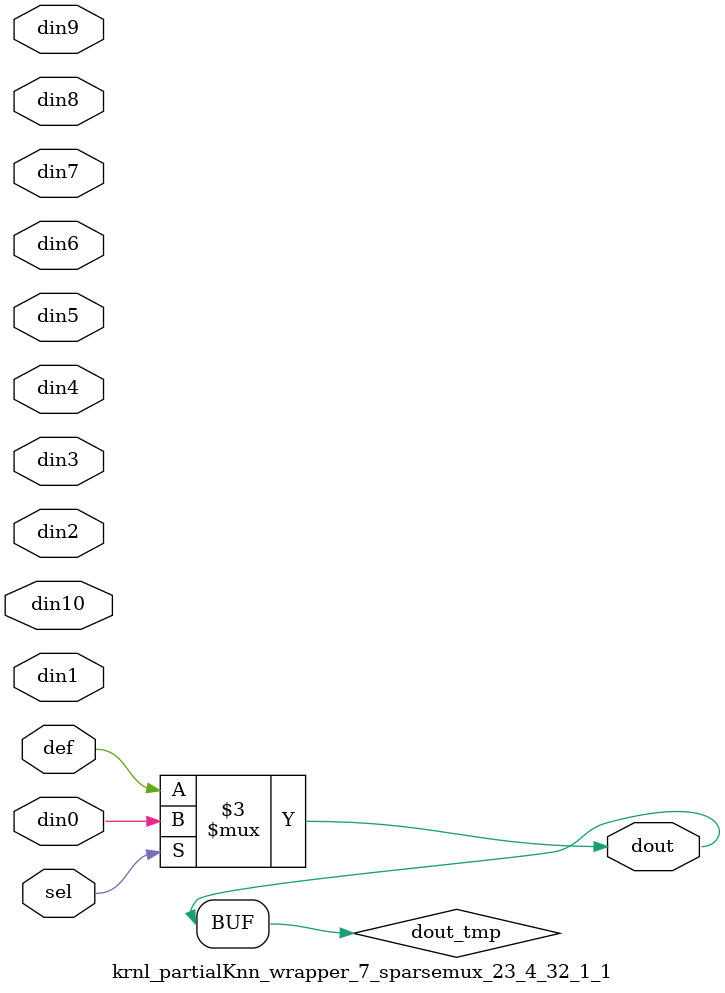
<source format=v>
`timescale 1ns / 1ps

module krnl_partialKnn_wrapper_7_sparsemux_23_4_32_1_1 (din0,din1,din2,din3,din4,din5,din6,din7,din8,din9,din10,def,sel,dout);

parameter din0_WIDTH = 1;

parameter din1_WIDTH = 1;

parameter din2_WIDTH = 1;

parameter din3_WIDTH = 1;

parameter din4_WIDTH = 1;

parameter din5_WIDTH = 1;

parameter din6_WIDTH = 1;

parameter din7_WIDTH = 1;

parameter din8_WIDTH = 1;

parameter din9_WIDTH = 1;

parameter din10_WIDTH = 1;

parameter def_WIDTH = 1;
parameter sel_WIDTH = 1;
parameter dout_WIDTH = 1;

parameter [sel_WIDTH-1:0] CASE0 = 1;

parameter [sel_WIDTH-1:0] CASE1 = 1;

parameter [sel_WIDTH-1:0] CASE2 = 1;

parameter [sel_WIDTH-1:0] CASE3 = 1;

parameter [sel_WIDTH-1:0] CASE4 = 1;

parameter [sel_WIDTH-1:0] CASE5 = 1;

parameter [sel_WIDTH-1:0] CASE6 = 1;

parameter [sel_WIDTH-1:0] CASE7 = 1;

parameter [sel_WIDTH-1:0] CASE8 = 1;

parameter [sel_WIDTH-1:0] CASE9 = 1;

parameter [sel_WIDTH-1:0] CASE10 = 1;

parameter ID = 1;
parameter NUM_STAGE = 1;



input [din0_WIDTH-1:0] din0;

input [din1_WIDTH-1:0] din1;

input [din2_WIDTH-1:0] din2;

input [din3_WIDTH-1:0] din3;

input [din4_WIDTH-1:0] din4;

input [din5_WIDTH-1:0] din5;

input [din6_WIDTH-1:0] din6;

input [din7_WIDTH-1:0] din7;

input [din8_WIDTH-1:0] din8;

input [din9_WIDTH-1:0] din9;

input [din10_WIDTH-1:0] din10;

input [def_WIDTH-1:0] def;
input [sel_WIDTH-1:0] sel;

output [dout_WIDTH-1:0] dout;



reg [dout_WIDTH-1:0] dout_tmp;

always @ (*) begin
case (sel)
    
    CASE0 : dout_tmp = din0;
    
    CASE1 : dout_tmp = din1;
    
    CASE2 : dout_tmp = din2;
    
    CASE3 : dout_tmp = din3;
    
    CASE4 : dout_tmp = din4;
    
    CASE5 : dout_tmp = din5;
    
    CASE6 : dout_tmp = din6;
    
    CASE7 : dout_tmp = din7;
    
    CASE8 : dout_tmp = din8;
    
    CASE9 : dout_tmp = din9;
    
    CASE10 : dout_tmp = din10;
    
    default : dout_tmp = def;
endcase
end


assign dout = dout_tmp;



endmodule

</source>
